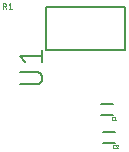
<source format=gbr>
G04 EAGLE Gerber X2 export*
%TF.Part,Single*%
%TF.FileFunction,Legend,Top,1*%
%TF.FilePolarity,Positive*%
%TF.GenerationSoftware,Autodesk,EAGLE,8.6.3*%
%TF.CreationDate,2019-05-08T19:44:22Z*%
G75*
%MOMM*%
%FSLAX34Y34*%
%LPD*%
%AMOC8*
5,1,8,0,0,1.08239X$1,22.5*%
G01*
%ADD10C,0.127000*%
%ADD11C,0.025400*%
%ADD12C,0.050800*%
%ADD13C,0.152400*%
%ADD14C,0.203200*%


D10*
X307000Y106800D02*
X317000Y106800D01*
X317000Y116400D02*
X307000Y116400D01*
D11*
X316684Y102609D02*
X317310Y102609D01*
X316684Y102609D02*
X316635Y102611D01*
X316586Y102617D01*
X316538Y102626D01*
X316491Y102640D01*
X316444Y102657D01*
X316400Y102677D01*
X316357Y102701D01*
X316316Y102729D01*
X316277Y102759D01*
X316241Y102792D01*
X316208Y102828D01*
X316178Y102867D01*
X316150Y102908D01*
X316126Y102951D01*
X316106Y102995D01*
X316089Y103042D01*
X316075Y103089D01*
X316066Y103137D01*
X316060Y103186D01*
X316058Y103235D01*
X316058Y104800D01*
X316060Y104849D01*
X316066Y104898D01*
X316075Y104946D01*
X316089Y104993D01*
X316106Y105040D01*
X316126Y105084D01*
X316150Y105127D01*
X316178Y105168D01*
X316208Y105207D01*
X316241Y105243D01*
X316277Y105276D01*
X316316Y105306D01*
X316357Y105334D01*
X316400Y105358D01*
X316444Y105378D01*
X316491Y105395D01*
X316538Y105409D01*
X316586Y105418D01*
X316635Y105424D01*
X316684Y105426D01*
X316684Y105427D02*
X317310Y105427D01*
X318370Y104800D02*
X319152Y105427D01*
X319152Y102609D01*
X318370Y102609D02*
X319935Y102609D01*
D10*
X318500Y82800D02*
X308500Y82800D01*
X308500Y92400D02*
X318500Y92400D01*
D11*
X318810Y78609D02*
X318184Y78609D01*
X318135Y78611D01*
X318086Y78617D01*
X318038Y78626D01*
X317991Y78640D01*
X317944Y78657D01*
X317900Y78677D01*
X317857Y78701D01*
X317816Y78729D01*
X317777Y78759D01*
X317741Y78792D01*
X317708Y78828D01*
X317678Y78867D01*
X317650Y78908D01*
X317626Y78951D01*
X317606Y78995D01*
X317589Y79042D01*
X317575Y79089D01*
X317566Y79137D01*
X317560Y79186D01*
X317558Y79235D01*
X317558Y80800D01*
X317560Y80849D01*
X317566Y80898D01*
X317575Y80946D01*
X317589Y80993D01*
X317606Y81040D01*
X317626Y81084D01*
X317650Y81127D01*
X317678Y81168D01*
X317708Y81207D01*
X317741Y81243D01*
X317777Y81276D01*
X317816Y81306D01*
X317857Y81334D01*
X317900Y81358D01*
X317944Y81378D01*
X317991Y81395D01*
X318038Y81409D01*
X318086Y81418D01*
X318135Y81424D01*
X318184Y81426D01*
X318184Y81427D02*
X318810Y81427D01*
X320731Y81426D02*
X320781Y81424D01*
X320831Y81419D01*
X320881Y81410D01*
X320929Y81397D01*
X320977Y81382D01*
X321023Y81362D01*
X321068Y81340D01*
X321112Y81314D01*
X321153Y81286D01*
X321192Y81254D01*
X321229Y81220D01*
X321263Y81183D01*
X321295Y81144D01*
X321323Y81103D01*
X321349Y81059D01*
X321371Y81014D01*
X321391Y80968D01*
X321406Y80920D01*
X321419Y80872D01*
X321428Y80822D01*
X321433Y80772D01*
X321435Y80722D01*
X320731Y81427D02*
X320674Y81425D01*
X320617Y81420D01*
X320561Y81411D01*
X320506Y81399D01*
X320451Y81383D01*
X320398Y81363D01*
X320345Y81341D01*
X320295Y81315D01*
X320246Y81286D01*
X320199Y81254D01*
X320154Y81219D01*
X320111Y81181D01*
X320071Y81141D01*
X320033Y81098D01*
X319998Y81053D01*
X319967Y81006D01*
X319938Y80957D01*
X319912Y80907D01*
X319889Y80854D01*
X319870Y80801D01*
X321200Y80174D02*
X321236Y80210D01*
X321269Y80249D01*
X321300Y80290D01*
X321327Y80333D01*
X321352Y80378D01*
X321374Y80424D01*
X321392Y80471D01*
X321408Y80520D01*
X321420Y80570D01*
X321428Y80620D01*
X321433Y80671D01*
X321435Y80722D01*
X321200Y80174D02*
X319870Y78609D01*
X321435Y78609D01*
D12*
X224352Y196677D02*
X224352Y201178D01*
X225603Y201178D01*
X225672Y201176D01*
X225741Y201170D01*
X225809Y201161D01*
X225876Y201148D01*
X225943Y201131D01*
X226009Y201110D01*
X226073Y201086D01*
X226136Y201058D01*
X226198Y201027D01*
X226258Y200993D01*
X226315Y200955D01*
X226371Y200914D01*
X226424Y200871D01*
X226475Y200824D01*
X226523Y200775D01*
X226568Y200723D01*
X226610Y200668D01*
X226649Y200612D01*
X226686Y200553D01*
X226718Y200492D01*
X226748Y200430D01*
X226774Y200366D01*
X226796Y200301D01*
X226815Y200235D01*
X226830Y200168D01*
X226841Y200100D01*
X226849Y200031D01*
X226853Y199962D01*
X226853Y199894D01*
X226849Y199825D01*
X226841Y199756D01*
X226830Y199688D01*
X226815Y199621D01*
X226796Y199555D01*
X226774Y199490D01*
X226748Y199426D01*
X226718Y199364D01*
X226686Y199303D01*
X226649Y199244D01*
X226610Y199188D01*
X226568Y199133D01*
X226523Y199081D01*
X226475Y199032D01*
X226424Y198985D01*
X226371Y198942D01*
X226315Y198901D01*
X226258Y198863D01*
X226198Y198829D01*
X226136Y198798D01*
X226073Y198770D01*
X226009Y198746D01*
X225943Y198725D01*
X225876Y198708D01*
X225809Y198695D01*
X225741Y198686D01*
X225672Y198680D01*
X225603Y198678D01*
X224352Y198678D01*
X225853Y198678D02*
X226853Y196677D01*
X228828Y200178D02*
X230078Y201178D01*
X230078Y196677D01*
X228828Y196677D02*
X231329Y196677D01*
D13*
X327528Y198542D02*
X327528Y161458D01*
X327528Y198542D02*
X260472Y198542D01*
X260472Y161458D01*
X327528Y161458D01*
D14*
X252158Y132958D02*
X238567Y132958D01*
X252158Y132958D02*
X252301Y132960D01*
X252443Y132966D01*
X252586Y132976D01*
X252728Y132989D01*
X252870Y133007D01*
X253011Y133028D01*
X253151Y133053D01*
X253291Y133082D01*
X253430Y133115D01*
X253568Y133152D01*
X253705Y133192D01*
X253841Y133236D01*
X253976Y133284D01*
X254109Y133336D01*
X254240Y133391D01*
X254371Y133449D01*
X254499Y133512D01*
X254626Y133577D01*
X254751Y133646D01*
X254874Y133719D01*
X254995Y133795D01*
X255114Y133874D01*
X255230Y133956D01*
X255345Y134042D01*
X255457Y134130D01*
X255566Y134222D01*
X255673Y134317D01*
X255778Y134414D01*
X255879Y134514D01*
X255978Y134617D01*
X256074Y134723D01*
X256167Y134831D01*
X256257Y134942D01*
X256344Y135055D01*
X256428Y135171D01*
X256509Y135288D01*
X256587Y135408D01*
X256661Y135530D01*
X256732Y135654D01*
X256799Y135780D01*
X256863Y135908D01*
X256923Y136037D01*
X256980Y136168D01*
X257034Y136301D01*
X257083Y136435D01*
X257129Y136570D01*
X257171Y136706D01*
X257210Y136844D01*
X257245Y136982D01*
X257276Y137122D01*
X257303Y137262D01*
X257326Y137403D01*
X257346Y137544D01*
X257361Y137686D01*
X257373Y137828D01*
X257381Y137971D01*
X257385Y138114D01*
X257385Y138256D01*
X257381Y138399D01*
X257373Y138542D01*
X257361Y138684D01*
X257346Y138826D01*
X257326Y138967D01*
X257303Y139108D01*
X257276Y139248D01*
X257245Y139388D01*
X257210Y139526D01*
X257171Y139664D01*
X257129Y139800D01*
X257083Y139935D01*
X257034Y140069D01*
X256980Y140202D01*
X256923Y140333D01*
X256863Y140462D01*
X256799Y140590D01*
X256732Y140716D01*
X256661Y140840D01*
X256587Y140962D01*
X256509Y141082D01*
X256428Y141199D01*
X256344Y141315D01*
X256257Y141428D01*
X256167Y141539D01*
X256074Y141647D01*
X255978Y141753D01*
X255879Y141856D01*
X255778Y141956D01*
X255673Y142053D01*
X255566Y142148D01*
X255457Y142240D01*
X255345Y142328D01*
X255230Y142414D01*
X255114Y142496D01*
X254995Y142575D01*
X254874Y142651D01*
X254751Y142724D01*
X254626Y142793D01*
X254499Y142858D01*
X254371Y142921D01*
X254240Y142979D01*
X254109Y143034D01*
X253976Y143086D01*
X253841Y143134D01*
X253705Y143178D01*
X253568Y143218D01*
X253430Y143255D01*
X253291Y143288D01*
X253151Y143317D01*
X253011Y143342D01*
X252870Y143363D01*
X252728Y143381D01*
X252586Y143394D01*
X252443Y143404D01*
X252301Y143410D01*
X252158Y143412D01*
X252158Y143413D02*
X238567Y143413D01*
X242749Y151404D02*
X238567Y156631D01*
X257386Y156631D01*
X257386Y151404D02*
X257386Y161858D01*
M02*

</source>
